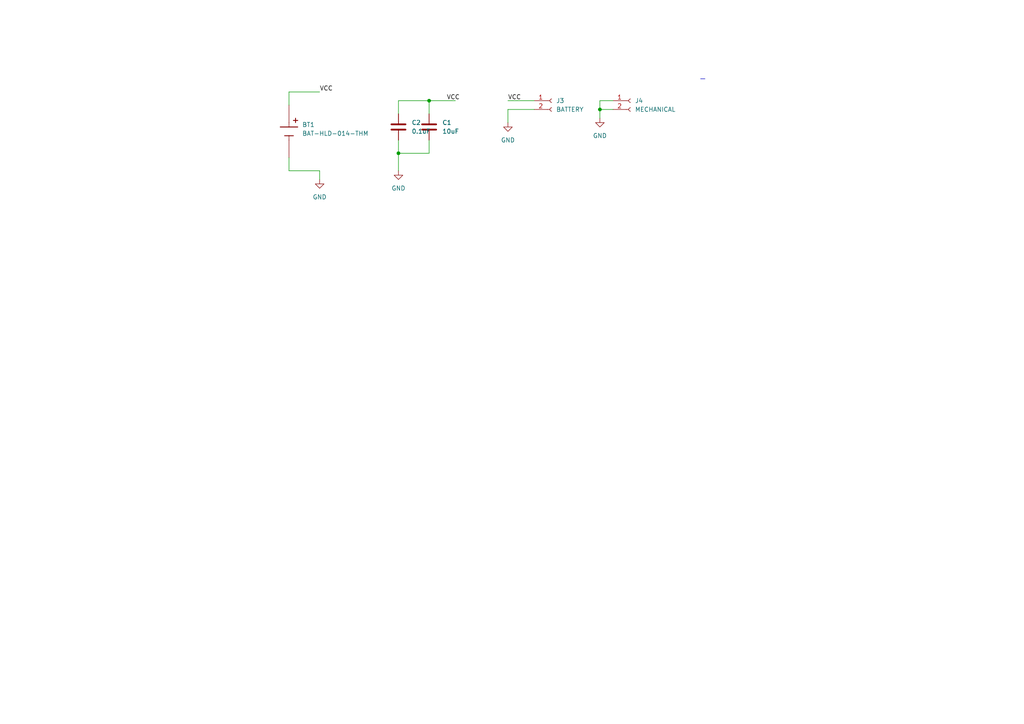
<source format=kicad_sch>
(kicad_sch (version 20230121) (generator eeschema)
  (paper "A4")
  (lib_symbols
    (symbol "BAT-HLD-014-THM:BAT-HLD-014-THM" (pin_numbers hide) (pin_names (offset 1.016) hide)
      (property "Reference" "BT" (at -3.81 3.81 0))
      (property "Value" "BAT-HLD-014-THM" (at -3.81 -5.08 0))
      (symbol "BAT-HLD-014-THM_0_0"
        (polyline (pts (xy -3.81 1.905) (xy -2.54 1.905)) (stroke (width 0.254)))
        (polyline (pts (xy -3.175 2.54) (xy -3.175 1.27)) (stroke (width 0.254)))
        (polyline (pts (xy -1.27 0) (xy -2.54 0)) (stroke (width 0.1524)))
        (polyline (pts (xy -1.27 0) (xy -1.27 -2.54)) (stroke (width 0.254)))
        (polyline (pts (xy -1.27 2.54) (xy -1.27 0)) (stroke (width 0.254)))
        (polyline (pts (xy 1.27 0) (xy 1.27 -1.27)) (stroke (width 0.254)))
        (polyline (pts (xy 1.27 0) (xy 2.54 0)) (stroke (width 0.1524)))
        (polyline (pts (xy 1.27 1.27) (xy 1.27 0)) (stroke (width 0.254)))
        (pin passive line (at 7.62 0 180) (length 5.08) (name "~") (number "N"))
        (pin passive line (at -7.62 0 0) (length 5.08) (name "~") (number "P_1"))
      )
    )
    (symbol "Connector:Conn_01x02_Socket" (pin_names (offset 1.016) hide)
      (property "Reference" "J" (at 0 2.54 0))
      (property "Value" "Conn_01x02_Socket" (at 0 -5.08 0))
      (symbol "Conn_01x02_Socket_1_1"
        (arc (start 0 -2.032) (mid -0.5058 -2.54) (end 0 -3.048) (stroke (width 0.1524)))
        (polyline (pts (xy -1.27 -2.54) (xy -0.508 -2.54)) (stroke (width 0.1524)))
        (polyline (pts (xy -1.27 0) (xy -0.508 0)) (stroke (width 0.1524)))
        (arc (start 0 0.508) (mid -0.5058 0) (end 0 -0.508) (stroke (width 0.1524)))
        (pin passive line (at -5.08 0 0) (length 3.81) (name "Pin_1") (number "1"))
        (pin passive line (at -5.08 -2.54 0) (length 3.81) (name "Pin_2") (number "2"))
      )
    )
    (symbol "Device:C" (pin_numbers hide) (pin_names (offset 0.254))
      (property "Reference" "C" (at 0.635 2.54 0))
      (property "Value" "C" (at 0.635 -2.54 0))
      (symbol "C_0_1"
        (polyline (pts (xy -2.032 -0.762) (xy 2.032 -0.762)) (stroke (width 0.508)))
        (polyline (pts (xy -2.032 0.762) (xy 2.032 0.762)) (stroke (width 0.508)))
      )
      (symbol "C_1_1"
        (pin passive line (at 0 3.81 270) (length 2.794) (name "~") (number "1"))
        (pin passive line (at 0 -3.81 90) (length 2.794) (name "~") (number "2"))
      )
    )
    (symbol "power:GND" (power) (pin_names (offset 0))
      (property "Value" "GND" (at 0 -3.81 0))
      (symbol "GND_0_1"
        (polyline (pts (xy 0 0) (xy 0 -1.27) (xy 1.27 -1.27) (xy 0 -2.54) (xy -1.27 -1.27) (xy 0 -1.27)))
      )
      (symbol "GND_1_1"
        (pin power_in line (at 0 0 270) (length 0) hide (name "GND") (number "1"))
      )
    )
  )
  (junction (at 124.46 29.21))
  (junction (at 173.99 31.75))
  (junction (at 115.57 44.45))
  (wire (pts (xy 115.57 44.45) (xy 124.46 44.45)))
  (wire (pts (xy 124.46 29.21) (xy 124.46 33.02)) (stroke (width 0.1524)))
  (wire (pts (xy 154.94 31.75) (xy 147.32 31.75)))
  (wire (pts (xy 124.46 29.21) (xy 132.08 29.21)))
  (wire (pts (xy 173.99 31.75) (xy 173.99 34.29)))
  (polyline (pts (xy 203.2 22.86) (xy 204.47 22.86)) (stroke (width 0.1524) (type solid)))
  (wire (pts (xy 83.82 30.48) (xy 83.82 26.67)))
  (wire (pts (xy 173.99 31.75) (xy 177.8 31.75)))
  (wire (pts (xy 147.32 31.75) (xy 147.32 35.56)))
  (wire (pts (xy 177.8 29.21) (xy 173.99 29.21)))
  (wire (pts (xy 83.82 49.53) (xy 92.71 49.53)))
  (wire (pts (xy 115.57 44.45) (xy 115.57 49.53)))
  (wire (pts (xy 83.82 45.72) (xy 83.82 49.53)))
  (wire (pts (xy 115.57 40.64) (xy 115.57 44.45)) (stroke (width 0.1524)))
  (wire (pts (xy 83.82 26.67) (xy 92.71 26.67)))
  (wire (pts (xy 115.57 29.21) (xy 124.46 29.21)) (stroke (width 0.1524)))
  (wire (pts (xy 173.99 29.21) (xy 173.99 31.75)))
  (wire (pts (xy 92.71 49.53) (xy 92.71 52.07)))
  (wire (pts (xy 147.32 29.21) (xy 154.94 29.21)))
  (wire (pts (xy 115.57 29.21) (xy 115.57 33.02)) (stroke (width 0.1524)))
  (wire (pts (xy 124.46 40.64) (xy 124.46 44.45)) (stroke (width 0.1524)))
  (label "VCC" (at 92.71 26.67 0))
  (label "VCC" (at 147.32 29.21 0))
  (label "VCC" (at 129.54 29.21 0))
  (symbol (lib_id "Connector:Conn_01x02_Socket") (at 182.88 29.21 0) (unit 1)
    (property "Reference" "J4" (at 184.15 29.21 0) (effects (justify left)))
    (property "Value" "MECHANICAL" (at 184.15 31.75 0) (effects (justify left)))
    (property "Footprint" "Connector_PinHeader_2.54mm:PinHeader_1x02_P2.54mm_Vertical" (effects hide))
  )
  (symbol (lib_id "BAT-HLD-014-THM:BAT-HLD-014-THM") (at 83.82 38.1 270) (unit 1)
    (property "Reference" "BT1" (at 87.63 36.1696 90) (effects (justify left)))
    (property "Value" "BAT-HLD-014-THM" (at 87.63 38.7096 90) (effects (justify left)))
    (property "Footprint" "BAT_BAT-HLD-014-THM" (effects hide))
    (property "SnapEDA_Link" "https://www.snapeda.com/parts/BAT-HLD-014-THM/Linx/view-part/?ref=snap" (effects hide))
    (property "Check_prices" "https://www.snapeda.com/parts/BAT-HLD-014-THM/Linx/view-part/?ref=eda" (effects hide))
    (property "Package" "None" (effects hide))
    (property "Price" "None" (effects hide))
    (property "MF" "Linx Technologies Inc." (effects hide))
    (property "MP" "BAT-HLD-014-THM" (effects hide))
    (property "Purchase-URL" "https://www.snapeda.com/api/url_track_click_mouser/?unipart_id=12115019&manufacturer=Linx Technologies Inc.&part_name=BAT-HLD-014-THM&search_term=None" (effects hide))
    (property "Availability" "In Stock" (effects hide))
    (property "Description" "Conn 2.4 Jack PCB SMD Clamp Hardware" (effects hide))
  )
  (symbol (lib_id "Connector:Conn_01x02_Socket") (at 160.02 29.21 0) (unit 1)
    (property "Reference" "J3" (at 161.29 29.21 0) (effects (justify left)))
    (property "Value" "BATTERY" (at 161.29 31.75 0) (effects (justify left)))
    (property "Footprint" "Connector_PinHeader_2.54mm:PinHeader_1x02_P2.54mm_Vertical" (effects hide))
  )
  (symbol (lib_id "power:GND") (at 147.32 35.56 0) (unit 1)
    (property "Reference" "#PWR012" (effects hide))
    (property "Value" "GND" (at 147.32 40.64 0))
  )
  (symbol (lib_id "power:GND") (at 173.99 34.29 0) (unit 1)
    (property "Reference" "#PWR013" (effects hide))
    (property "Value" "GND" (at 173.99 39.37 0))
  )
  (symbol (lib_id "power:GND") (at 115.57 49.53 0) (unit 1)
    (property "Reference" "#PWR011" (effects hide))
    (property "Value" "GND" (at 115.57 54.61 0))
  )
  (symbol (lib_id "power:GND") (at 92.71 52.07 0) (unit 1)
    (property "Reference" "#PWR01" (effects hide))
    (property "Value" "GND" (at 92.71 57.15 0))
  )
  (symbol (lib_id "Device:C") (at 115.57 36.83 0) (unit 1)
    (property "Reference" "C2" (at 119.38 35.56 0) (effects (justify left)))
    (property "Value" "0.1uF" (at 119.38 38.1 0) (effects (justify left)))
    (property "Footprint" "Capacitor_SMD:C_0402_1005Metric" (effects hide))
    (property "Manufacturer_Name" "Kyocera" (effects hide))
    (property "Manufacturer_Part_Number" "04023D104KAT2A" (effects hide))
  )
  (symbol (lib_id "Device:C") (at 124.46 36.83 0) (unit 1)
    (property "Reference" "C1" (at 128.27 35.56 0) (effects (justify left)))
    (property "Value" "10uF" (at 128.27 38.1 0) (effects (justify left)))
    (property "Footprint" "Capacitor_SMD:C_0603_1608Metric" (effects hide))
    (property "Manufacturer_Name" "Kyocera" (effects hide))
    (property "Manufacturer_Part_Number" "04026D106MAT2A" (effects hide))
  )
)
</source>
